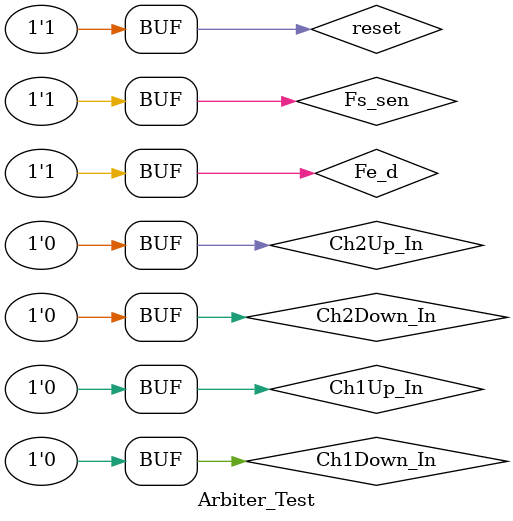
<source format=v>
`timescale 1ns / 1ps


module Arbiter_Test;

	// Inputs
	reg Ch1Up_In;
	reg Ch1Down_In;
	reg Ch2Up_In;
	reg Ch2Down_In;
	reg Fs_sen;
	reg Fe_d;
	reg reset;

	// Outputs
	wire Ch1;
	wire Ch2;
	wire Up;
	wire Down;
	wire go;

	// Instantiate the Unit Under Test (UUT)
	Arbiter uut (
		.Ch1Up_In(Ch1Up_In), 
		.Ch1Down_In(Ch1Down_In), 
		.Ch2Up_In(Ch2Up_In), 
		.Ch2Down_In(Ch2Down_In), 
		.Fs_sen(Fs_sen), 
		.Fe_d(Fe_d), 
		.reset(reset), 
		.Ch1(Ch1), 
		.Ch2(Ch2), 
		.Up(Up), 
		.Down(Down), 
		.go(go)
	);

	initial begin
		// Initialize Inputs
		Ch1Up_In = 0;
		Ch1Down_In = 0;
		Ch2Up_In = 0;
		Ch2Down_In = 0;
		Fs_sen = 0;
		Fe_d = 0;
		reset = 0;

		// Wait 100 ns for global reset to finish
		#100;
		reset = 1;
		#100;
		Ch2Down_In = 1;
		#100;
		Ch1Down_In = 1;
		Fs_sen = 1;
		#100;
		Fs_sen = 0;
		Fe_d = 1;
		#100;
		Fe_d = 0;
		Ch2Down_In = 0;
		#100;
		Fs_sen = 1;
		#100;
		Fe_d = 1;
		#100;
		Ch1Down_In = 0;
		#300;
        
		// Add stimulus here

	end
      
endmodule


</source>
